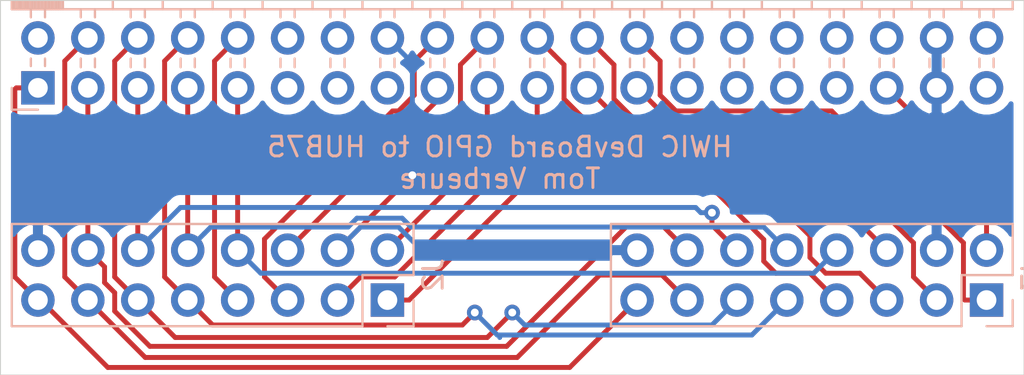
<source format=kicad_pcb>
(kicad_pcb (version 20171130) (host pcbnew "(5.1.5)-3")

  (general
    (thickness 1.6)
    (drawings 5)
    (tracks 158)
    (zones 0)
    (modules 3)
    (nets 39)
  )

  (page A4)
  (layers
    (0 F.Cu signal)
    (31 B.Cu signal hide)
    (32 B.Adhes user hide)
    (33 F.Adhes user hide)
    (34 B.Paste user hide)
    (35 F.Paste user)
    (36 B.SilkS user)
    (37 F.SilkS user)
    (38 B.Mask user hide)
    (39 F.Mask user)
    (40 Dwgs.User user hide)
    (41 Cmts.User user hide)
    (42 Eco1.User user hide)
    (43 Eco2.User user hide)
    (44 Edge.Cuts user)
    (45 Margin user hide)
    (46 B.CrtYd user hide)
    (47 F.CrtYd user)
    (48 B.Fab user hide)
    (49 F.Fab user)
  )

  (setup
    (last_trace_width 0.25)
    (trace_clearance 0.2)
    (zone_clearance 0.508)
    (zone_45_only no)
    (trace_min 0.2)
    (via_size 0.8)
    (via_drill 0.4)
    (via_min_size 0.4)
    (via_min_drill 0.3)
    (uvia_size 0.3)
    (uvia_drill 0.1)
    (uvias_allowed no)
    (uvia_min_size 0.2)
    (uvia_min_drill 0.1)
    (edge_width 0.05)
    (segment_width 0.2)
    (pcb_text_width 0.3)
    (pcb_text_size 1.5 1.5)
    (mod_edge_width 0.12)
    (mod_text_size 1 1)
    (mod_text_width 0.15)
    (pad_size 1.524 1.524)
    (pad_drill 0.762)
    (pad_to_mask_clearance 0.051)
    (solder_mask_min_width 0.25)
    (aux_axis_origin -386.08 -509.905)
    (visible_elements 7FFFFFFF)
    (pcbplotparams
      (layerselection 0x010fc_ffffffff)
      (usegerberextensions false)
      (usegerberattributes false)
      (usegerberadvancedattributes false)
      (creategerberjobfile false)
      (excludeedgelayer true)
      (linewidth 0.100000)
      (plotframeref false)
      (viasonmask false)
      (mode 1)
      (useauxorigin true)
      (hpglpennumber 1)
      (hpglpenspeed 20)
      (hpglpendiameter 15.000000)
      (psnegative false)
      (psa4output false)
      (plotreference true)
      (plotvalue true)
      (plotinvisibletext false)
      (padsonsilk false)
      (subtractmaskfromsilk false)
      (outputformat 1)
      (mirror false)
      (drillshape 0)
      (scaleselection 1)
      (outputdirectory "gerbers/"))
  )

  (net 0 "")
  (net 1 +3V3)
  (net 2 +5V)
  (net 3 /PH1)
  (net 4 /PG7)
  (net 5 /PG6)
  (net 6 /PG5)
  (net 7 /PG4)
  (net 8 /PG3)
  (net 9 /PG2)
  (net 10 /PG1)
  (net 11 /PG0)
  (net 12 /G4)
  (net 13 /B4)
  (net 14 /B3)
  (net 15 /G3)
  (net 16 /PD4)
  (net 17 /G1)
  (net 18 /B1)
  (net 19 /PD1)
  (net 20 /G2)
  (net 21 /PC2)
  (net 22 /PC1)
  (net 23 /PC0)
  (net 24 /AT_PB5)
  (net 25 /PB8)
  (net 26 /B2)
  (net 27 /E)
  (net 28 /A)
  (net 29 /B)
  (net 30 /C)
  (net 31 /D)
  (net 32 /CLK)
  (net 33 /LAT)
  (net 34 /PA1)
  (net 35 /OE_)
  (net 36 /PD6)
  (net 37 /PF0)
  (net 38 GND)

  (net_class Default "This is the default net class."
    (clearance 0.2)
    (trace_width 0.25)
    (via_dia 0.8)
    (via_drill 0.4)
    (uvia_dia 0.3)
    (uvia_drill 0.1)
    (add_net +3V3)
    (add_net +5V)
    (add_net /A)
    (add_net /AT_PB5)
    (add_net /B)
    (add_net /B1)
    (add_net /B2)
    (add_net /B3)
    (add_net /B4)
    (add_net /C)
    (add_net /CLK)
    (add_net /D)
    (add_net /E)
    (add_net /G1)
    (add_net /G2)
    (add_net /G3)
    (add_net /G4)
    (add_net /LAT)
    (add_net /OE_)
    (add_net /PA1)
    (add_net /PB8)
    (add_net /PC0)
    (add_net /PC1)
    (add_net /PC2)
    (add_net /PD1)
    (add_net /PD4)
    (add_net /PD6)
    (add_net /PF0)
    (add_net /PG0)
    (add_net /PG1)
    (add_net /PG2)
    (add_net /PG3)
    (add_net /PG4)
    (add_net /PG5)
    (add_net /PG6)
    (add_net /PG7)
    (add_net /PH1)
    (add_net GND)
  )

  (module Connector_PinHeader_2.54mm:PinHeader_2x08_P2.54mm_Vertical (layer B.Cu) (tedit 59FED5CC) (tstamp 5E145650)
    (at -335.915 -513.715 90)
    (descr "Through hole straight pin header, 2x08, 2.54mm pitch, double rows")
    (tags "Through hole pin header THT 2x08 2.54mm double row")
    (path /5E18F140)
    (fp_text reference J3 (at 1.27 2.33 -90) (layer B.SilkS)
      (effects (font (size 1 1) (thickness 0.15)) (justify mirror))
    )
    (fp_text value Conn_02x08_Odd_Even (at 1.27 -20.11 -90) (layer B.Fab)
      (effects (font (size 1 1) (thickness 0.15)) (justify mirror))
    )
    (fp_text user %R (at 1.27 -8.89) (layer B.Fab)
      (effects (font (size 1 1) (thickness 0.15)) (justify mirror))
    )
    (fp_line (start 4.35 1.8) (end -1.8 1.8) (layer B.CrtYd) (width 0.05))
    (fp_line (start 4.35 -19.55) (end 4.35 1.8) (layer B.CrtYd) (width 0.05))
    (fp_line (start -1.8 -19.55) (end 4.35 -19.55) (layer B.CrtYd) (width 0.05))
    (fp_line (start -1.8 1.8) (end -1.8 -19.55) (layer B.CrtYd) (width 0.05))
    (fp_line (start -1.33 1.33) (end 0 1.33) (layer B.SilkS) (width 0.12))
    (fp_line (start -1.33 0) (end -1.33 1.33) (layer B.SilkS) (width 0.12))
    (fp_line (start 1.27 1.33) (end 3.87 1.33) (layer B.SilkS) (width 0.12))
    (fp_line (start 1.27 -1.27) (end 1.27 1.33) (layer B.SilkS) (width 0.12))
    (fp_line (start -1.33 -1.27) (end 1.27 -1.27) (layer B.SilkS) (width 0.12))
    (fp_line (start 3.87 1.33) (end 3.87 -19.11) (layer B.SilkS) (width 0.12))
    (fp_line (start -1.33 -1.27) (end -1.33 -19.11) (layer B.SilkS) (width 0.12))
    (fp_line (start -1.33 -19.11) (end 3.87 -19.11) (layer B.SilkS) (width 0.12))
    (fp_line (start -1.27 0) (end 0 1.27) (layer B.Fab) (width 0.1))
    (fp_line (start -1.27 -19.05) (end -1.27 0) (layer B.Fab) (width 0.1))
    (fp_line (start 3.81 -19.05) (end -1.27 -19.05) (layer B.Fab) (width 0.1))
    (fp_line (start 3.81 1.27) (end 3.81 -19.05) (layer B.Fab) (width 0.1))
    (fp_line (start 0 1.27) (end 3.81 1.27) (layer B.Fab) (width 0.1))
    (pad 16 thru_hole oval (at 2.54 -17.78 90) (size 1.7 1.7) (drill 1) (layers *.Cu *.Mask)
      (net 38 GND))
    (pad 15 thru_hole oval (at 0 -17.78 90) (size 1.7 1.7) (drill 1) (layers *.Cu *.Mask)
      (net 35 /OE_))
    (pad 14 thru_hole oval (at 2.54 -15.24 90) (size 1.7 1.7) (drill 1) (layers *.Cu *.Mask)
      (net 33 /LAT))
    (pad 13 thru_hole oval (at 0 -15.24 90) (size 1.7 1.7) (drill 1) (layers *.Cu *.Mask)
      (net 32 /CLK))
    (pad 12 thru_hole oval (at 2.54 -12.7 90) (size 1.7 1.7) (drill 1) (layers *.Cu *.Mask)
      (net 31 /D))
    (pad 11 thru_hole oval (at 0 -12.7 90) (size 1.7 1.7) (drill 1) (layers *.Cu *.Mask)
      (net 30 /C))
    (pad 10 thru_hole oval (at 2.54 -10.16 90) (size 1.7 1.7) (drill 1) (layers *.Cu *.Mask)
      (net 29 /B))
    (pad 9 thru_hole oval (at 0 -10.16 90) (size 1.7 1.7) (drill 1) (layers *.Cu *.Mask)
      (net 28 /A))
    (pad 8 thru_hole oval (at 2.54 -7.62 90) (size 1.7 1.7) (drill 1) (layers *.Cu *.Mask)
      (net 27 /E))
    (pad 7 thru_hole oval (at 0 -7.62 90) (size 1.7 1.7) (drill 1) (layers *.Cu *.Mask)
      (net 13 /B4))
    (pad 6 thru_hole oval (at 2.54 -5.08 90) (size 1.7 1.7) (drill 1) (layers *.Cu *.Mask)
      (net 12 /G4))
    (pad 5 thru_hole oval (at 0 -5.08 90) (size 1.7 1.7) (drill 1) (layers *.Cu *.Mask)
      (net 36 /PD6))
    (pad 4 thru_hole oval (at 2.54 -2.54 90) (size 1.7 1.7) (drill 1) (layers *.Cu *.Mask)
      (net 38 GND))
    (pad 3 thru_hole oval (at 0 -2.54 90) (size 1.7 1.7) (drill 1) (layers *.Cu *.Mask)
      (net 14 /B3))
    (pad 2 thru_hole oval (at 2.54 0 90) (size 1.7 1.7) (drill 1) (layers *.Cu *.Mask)
      (net 15 /G3))
    (pad 1 thru_hole rect (at 0 0 90) (size 1.7 1.7) (drill 1) (layers *.Cu *.Mask)
      (net 37 /PF0))
    (model ${KISYS3DMOD}/Connector_PinHeader_2.54mm.3dshapes/PinHeader_2x08_P2.54mm_Vertical.wrl
      (at (xyz 0 0 0))
      (scale (xyz 1 1 1))
      (rotate (xyz 0 0 0))
    )
  )

  (module Connector_PinHeader_2.54mm:PinHeader_2x08_P2.54mm_Vertical (layer B.Cu) (tedit 59FED5CC) (tstamp 5E14389E)
    (at -366.395 -513.715 90)
    (descr "Through hole straight pin header, 2x08, 2.54mm pitch, double rows")
    (tags "Through hole pin header THT 2x08 2.54mm double row")
    (path /5E169024)
    (fp_text reference J2 (at 1.27 2.33 -90) (layer B.SilkS)
      (effects (font (size 1 1) (thickness 0.15)) (justify mirror))
    )
    (fp_text value Conn_02x08_Odd_Even (at 1.27 -20.11 -90) (layer B.Fab)
      (effects (font (size 1 1) (thickness 0.15)) (justify mirror))
    )
    (fp_text user %R (at 1.27 -8.89) (layer B.Fab)
      (effects (font (size 1 1) (thickness 0.15)) (justify mirror))
    )
    (fp_line (start 4.35 1.8) (end -1.8 1.8) (layer B.CrtYd) (width 0.05))
    (fp_line (start 4.35 -19.55) (end 4.35 1.8) (layer B.CrtYd) (width 0.05))
    (fp_line (start -1.8 -19.55) (end 4.35 -19.55) (layer B.CrtYd) (width 0.05))
    (fp_line (start -1.8 1.8) (end -1.8 -19.55) (layer B.CrtYd) (width 0.05))
    (fp_line (start -1.33 1.33) (end 0 1.33) (layer B.SilkS) (width 0.12))
    (fp_line (start -1.33 0) (end -1.33 1.33) (layer B.SilkS) (width 0.12))
    (fp_line (start 1.27 1.33) (end 3.87 1.33) (layer B.SilkS) (width 0.12))
    (fp_line (start 1.27 -1.27) (end 1.27 1.33) (layer B.SilkS) (width 0.12))
    (fp_line (start -1.33 -1.27) (end 1.27 -1.27) (layer B.SilkS) (width 0.12))
    (fp_line (start 3.87 1.33) (end 3.87 -19.11) (layer B.SilkS) (width 0.12))
    (fp_line (start -1.33 -1.27) (end -1.33 -19.11) (layer B.SilkS) (width 0.12))
    (fp_line (start -1.33 -19.11) (end 3.87 -19.11) (layer B.SilkS) (width 0.12))
    (fp_line (start -1.27 0) (end 0 1.27) (layer B.Fab) (width 0.1))
    (fp_line (start -1.27 -19.05) (end -1.27 0) (layer B.Fab) (width 0.1))
    (fp_line (start 3.81 -19.05) (end -1.27 -19.05) (layer B.Fab) (width 0.1))
    (fp_line (start 3.81 1.27) (end 3.81 -19.05) (layer B.Fab) (width 0.1))
    (fp_line (start 0 1.27) (end 3.81 1.27) (layer B.Fab) (width 0.1))
    (pad 16 thru_hole oval (at 2.54 -17.78 90) (size 1.7 1.7) (drill 1) (layers *.Cu *.Mask)
      (net 38 GND))
    (pad 15 thru_hole oval (at 0 -17.78 90) (size 1.7 1.7) (drill 1) (layers *.Cu *.Mask)
      (net 35 /OE_))
    (pad 14 thru_hole oval (at 2.54 -15.24 90) (size 1.7 1.7) (drill 1) (layers *.Cu *.Mask)
      (net 33 /LAT))
    (pad 13 thru_hole oval (at 0 -15.24 90) (size 1.7 1.7) (drill 1) (layers *.Cu *.Mask)
      (net 32 /CLK))
    (pad 12 thru_hole oval (at 2.54 -12.7 90) (size 1.7 1.7) (drill 1) (layers *.Cu *.Mask)
      (net 31 /D))
    (pad 11 thru_hole oval (at 0 -12.7 90) (size 1.7 1.7) (drill 1) (layers *.Cu *.Mask)
      (net 30 /C))
    (pad 10 thru_hole oval (at 2.54 -10.16 90) (size 1.7 1.7) (drill 1) (layers *.Cu *.Mask)
      (net 29 /B))
    (pad 9 thru_hole oval (at 0 -10.16 90) (size 1.7 1.7) (drill 1) (layers *.Cu *.Mask)
      (net 28 /A))
    (pad 8 thru_hole oval (at 2.54 -7.62 90) (size 1.7 1.7) (drill 1) (layers *.Cu *.Mask)
      (net 27 /E))
    (pad 7 thru_hole oval (at 0 -7.62 90) (size 1.7 1.7) (drill 1) (layers *.Cu *.Mask)
      (net 26 /B2))
    (pad 6 thru_hole oval (at 2.54 -5.08 90) (size 1.7 1.7) (drill 1) (layers *.Cu *.Mask)
      (net 20 /G2))
    (pad 5 thru_hole oval (at 0 -5.08 90) (size 1.7 1.7) (drill 1) (layers *.Cu *.Mask)
      (net 19 /PD1))
    (pad 4 thru_hole oval (at 2.54 -2.54 90) (size 1.7 1.7) (drill 1) (layers *.Cu *.Mask)
      (net 38 GND))
    (pad 3 thru_hole oval (at 0 -2.54 90) (size 1.7 1.7) (drill 1) (layers *.Cu *.Mask)
      (net 18 /B1))
    (pad 2 thru_hole oval (at 2.54 0 90) (size 1.7 1.7) (drill 1) (layers *.Cu *.Mask)
      (net 17 /G1))
    (pad 1 thru_hole rect (at 0 0 90) (size 1.7 1.7) (drill 1) (layers *.Cu *.Mask)
      (net 16 /PD4))
    (model ${KISYS3DMOD}/Connector_PinHeader_2.54mm.3dshapes/PinHeader_2x08_P2.54mm_Vertical.wrl
      (at (xyz 0 0 0))
      (scale (xyz 1 1 1))
      (rotate (xyz 0 0 0))
    )
  )

  (module Connector_PinSocket_2.54mm:PinSocket_2x20_P2.54mm_Horizontal (layer B.Cu) (tedit 5A19A423) (tstamp 5E143C9D)
    (at -384.175 -524.51 270)
    (descr "Through hole angled socket strip, 2x20, 2.54mm pitch, 8.51mm socket length, double cols (from Kicad 4.0.7), script generated")
    (tags "Through hole angled socket strip THT 2x20 2.54mm double row")
    (path /5E1562DD)
    (fp_text reference J1 (at -5.65 2.77 270) (layer B.SilkS)
      (effects (font (size 1 1) (thickness 0.15)) (justify mirror))
    )
    (fp_text value Conn_02x20_Odd_Even (at -5.65 -51.03 270) (layer B.Fab)
      (effects (font (size 1 1) (thickness 0.15)) (justify mirror))
    )
    (fp_text user %R (at -8.315 -24.13) (layer B.Fab)
      (effects (font (size 1 1) (thickness 0.15)) (justify mirror))
    )
    (fp_line (start 1.8 -50.05) (end 1.8 1.75) (layer B.CrtYd) (width 0.05))
    (fp_line (start -13.05 -50.05) (end 1.8 -50.05) (layer B.CrtYd) (width 0.05))
    (fp_line (start -13.05 1.75) (end -13.05 -50.05) (layer B.CrtYd) (width 0.05))
    (fp_line (start 1.8 1.75) (end -13.05 1.75) (layer B.CrtYd) (width 0.05))
    (fp_line (start 0 1.33) (end 1.11 1.33) (layer B.SilkS) (width 0.12))
    (fp_line (start 1.11 1.33) (end 1.11 0) (layer B.SilkS) (width 0.12))
    (fp_line (start -12.63 1.33) (end -12.63 -49.59) (layer B.SilkS) (width 0.12))
    (fp_line (start -12.63 -49.59) (end -4 -49.59) (layer B.SilkS) (width 0.12))
    (fp_line (start -4 1.33) (end -4 -49.59) (layer B.SilkS) (width 0.12))
    (fp_line (start -12.63 1.33) (end -4 1.33) (layer B.SilkS) (width 0.12))
    (fp_line (start -12.63 -46.99) (end -4 -46.99) (layer B.SilkS) (width 0.12))
    (fp_line (start -12.63 -44.45) (end -4 -44.45) (layer B.SilkS) (width 0.12))
    (fp_line (start -12.63 -41.91) (end -4 -41.91) (layer B.SilkS) (width 0.12))
    (fp_line (start -12.63 -39.37) (end -4 -39.37) (layer B.SilkS) (width 0.12))
    (fp_line (start -12.63 -36.83) (end -4 -36.83) (layer B.SilkS) (width 0.12))
    (fp_line (start -12.63 -34.29) (end -4 -34.29) (layer B.SilkS) (width 0.12))
    (fp_line (start -12.63 -31.75) (end -4 -31.75) (layer B.SilkS) (width 0.12))
    (fp_line (start -12.63 -29.21) (end -4 -29.21) (layer B.SilkS) (width 0.12))
    (fp_line (start -12.63 -26.67) (end -4 -26.67) (layer B.SilkS) (width 0.12))
    (fp_line (start -12.63 -24.13) (end -4 -24.13) (layer B.SilkS) (width 0.12))
    (fp_line (start -12.63 -21.59) (end -4 -21.59) (layer B.SilkS) (width 0.12))
    (fp_line (start -12.63 -19.05) (end -4 -19.05) (layer B.SilkS) (width 0.12))
    (fp_line (start -12.63 -16.51) (end -4 -16.51) (layer B.SilkS) (width 0.12))
    (fp_line (start -12.63 -13.97) (end -4 -13.97) (layer B.SilkS) (width 0.12))
    (fp_line (start -12.63 -11.43) (end -4 -11.43) (layer B.SilkS) (width 0.12))
    (fp_line (start -12.63 -8.89) (end -4 -8.89) (layer B.SilkS) (width 0.12))
    (fp_line (start -12.63 -6.35) (end -4 -6.35) (layer B.SilkS) (width 0.12))
    (fp_line (start -12.63 -3.81) (end -4 -3.81) (layer B.SilkS) (width 0.12))
    (fp_line (start -12.63 -1.27) (end -4 -1.27) (layer B.SilkS) (width 0.12))
    (fp_line (start -1.49 -48.62) (end -1.05 -48.62) (layer B.SilkS) (width 0.12))
    (fp_line (start -4 -48.62) (end -3.59 -48.62) (layer B.SilkS) (width 0.12))
    (fp_line (start -1.49 -47.9) (end -1.05 -47.9) (layer B.SilkS) (width 0.12))
    (fp_line (start -4 -47.9) (end -3.59 -47.9) (layer B.SilkS) (width 0.12))
    (fp_line (start -1.49 -46.08) (end -1.05 -46.08) (layer B.SilkS) (width 0.12))
    (fp_line (start -4 -46.08) (end -3.59 -46.08) (layer B.SilkS) (width 0.12))
    (fp_line (start -1.49 -45.36) (end -1.05 -45.36) (layer B.SilkS) (width 0.12))
    (fp_line (start -4 -45.36) (end -3.59 -45.36) (layer B.SilkS) (width 0.12))
    (fp_line (start -1.49 -43.54) (end -1.05 -43.54) (layer B.SilkS) (width 0.12))
    (fp_line (start -4 -43.54) (end -3.59 -43.54) (layer B.SilkS) (width 0.12))
    (fp_line (start -1.49 -42.82) (end -1.05 -42.82) (layer B.SilkS) (width 0.12))
    (fp_line (start -4 -42.82) (end -3.59 -42.82) (layer B.SilkS) (width 0.12))
    (fp_line (start -1.49 -41) (end -1.05 -41) (layer B.SilkS) (width 0.12))
    (fp_line (start -4 -41) (end -3.59 -41) (layer B.SilkS) (width 0.12))
    (fp_line (start -1.49 -40.28) (end -1.05 -40.28) (layer B.SilkS) (width 0.12))
    (fp_line (start -4 -40.28) (end -3.59 -40.28) (layer B.SilkS) (width 0.12))
    (fp_line (start -1.49 -38.46) (end -1.05 -38.46) (layer B.SilkS) (width 0.12))
    (fp_line (start -4 -38.46) (end -3.59 -38.46) (layer B.SilkS) (width 0.12))
    (fp_line (start -1.49 -37.74) (end -1.05 -37.74) (layer B.SilkS) (width 0.12))
    (fp_line (start -4 -37.74) (end -3.59 -37.74) (layer B.SilkS) (width 0.12))
    (fp_line (start -1.49 -35.92) (end -1.05 -35.92) (layer B.SilkS) (width 0.12))
    (fp_line (start -4 -35.92) (end -3.59 -35.92) (layer B.SilkS) (width 0.12))
    (fp_line (start -1.49 -35.2) (end -1.05 -35.2) (layer B.SilkS) (width 0.12))
    (fp_line (start -4 -35.2) (end -3.59 -35.2) (layer B.SilkS) (width 0.12))
    (fp_line (start -1.49 -33.38) (end -1.05 -33.38) (layer B.SilkS) (width 0.12))
    (fp_line (start -4 -33.38) (end -3.59 -33.38) (layer B.SilkS) (width 0.12))
    (fp_line (start -1.49 -32.66) (end -1.05 -32.66) (layer B.SilkS) (width 0.12))
    (fp_line (start -4 -32.66) (end -3.59 -32.66) (layer B.SilkS) (width 0.12))
    (fp_line (start -1.49 -30.84) (end -1.05 -30.84) (layer B.SilkS) (width 0.12))
    (fp_line (start -4 -30.84) (end -3.59 -30.84) (layer B.SilkS) (width 0.12))
    (fp_line (start -1.49 -30.12) (end -1.05 -30.12) (layer B.SilkS) (width 0.12))
    (fp_line (start -4 -30.12) (end -3.59 -30.12) (layer B.SilkS) (width 0.12))
    (fp_line (start -1.49 -28.3) (end -1.05 -28.3) (layer B.SilkS) (width 0.12))
    (fp_line (start -4 -28.3) (end -3.59 -28.3) (layer B.SilkS) (width 0.12))
    (fp_line (start -1.49 -27.58) (end -1.05 -27.58) (layer B.SilkS) (width 0.12))
    (fp_line (start -4 -27.58) (end -3.59 -27.58) (layer B.SilkS) (width 0.12))
    (fp_line (start -1.49 -25.76) (end -1.05 -25.76) (layer B.SilkS) (width 0.12))
    (fp_line (start -4 -25.76) (end -3.59 -25.76) (layer B.SilkS) (width 0.12))
    (fp_line (start -1.49 -25.04) (end -1.05 -25.04) (layer B.SilkS) (width 0.12))
    (fp_line (start -4 -25.04) (end -3.59 -25.04) (layer B.SilkS) (width 0.12))
    (fp_line (start -1.49 -23.22) (end -1.05 -23.22) (layer B.SilkS) (width 0.12))
    (fp_line (start -4 -23.22) (end -3.59 -23.22) (layer B.SilkS) (width 0.12))
    (fp_line (start -1.49 -22.5) (end -1.05 -22.5) (layer B.SilkS) (width 0.12))
    (fp_line (start -4 -22.5) (end -3.59 -22.5) (layer B.SilkS) (width 0.12))
    (fp_line (start -1.49 -20.68) (end -1.05 -20.68) (layer B.SilkS) (width 0.12))
    (fp_line (start -4 -20.68) (end -3.59 -20.68) (layer B.SilkS) (width 0.12))
    (fp_line (start -1.49 -19.96) (end -1.05 -19.96) (layer B.SilkS) (width 0.12))
    (fp_line (start -4 -19.96) (end -3.59 -19.96) (layer B.SilkS) (width 0.12))
    (fp_line (start -1.49 -18.14) (end -1.05 -18.14) (layer B.SilkS) (width 0.12))
    (fp_line (start -4 -18.14) (end -3.59 -18.14) (layer B.SilkS) (width 0.12))
    (fp_line (start -1.49 -17.42) (end -1.05 -17.42) (layer B.SilkS) (width 0.12))
    (fp_line (start -4 -17.42) (end -3.59 -17.42) (layer B.SilkS) (width 0.12))
    (fp_line (start -1.49 -15.6) (end -1.05 -15.6) (layer B.SilkS) (width 0.12))
    (fp_line (start -4 -15.6) (end -3.59 -15.6) (layer B.SilkS) (width 0.12))
    (fp_line (start -1.49 -14.88) (end -1.05 -14.88) (layer B.SilkS) (width 0.12))
    (fp_line (start -4 -14.88) (end -3.59 -14.88) (layer B.SilkS) (width 0.12))
    (fp_line (start -1.49 -13.06) (end -1.05 -13.06) (layer B.SilkS) (width 0.12))
    (fp_line (start -4 -13.06) (end -3.59 -13.06) (layer B.SilkS) (width 0.12))
    (fp_line (start -1.49 -12.34) (end -1.05 -12.34) (layer B.SilkS) (width 0.12))
    (fp_line (start -4 -12.34) (end -3.59 -12.34) (layer B.SilkS) (width 0.12))
    (fp_line (start -1.49 -10.52) (end -1.05 -10.52) (layer B.SilkS) (width 0.12))
    (fp_line (start -4 -10.52) (end -3.59 -10.52) (layer B.SilkS) (width 0.12))
    (fp_line (start -1.49 -9.8) (end -1.05 -9.8) (layer B.SilkS) (width 0.12))
    (fp_line (start -4 -9.8) (end -3.59 -9.8) (layer B.SilkS) (width 0.12))
    (fp_line (start -1.49 -7.98) (end -1.05 -7.98) (layer B.SilkS) (width 0.12))
    (fp_line (start -4 -7.98) (end -3.59 -7.98) (layer B.SilkS) (width 0.12))
    (fp_line (start -1.49 -7.26) (end -1.05 -7.26) (layer B.SilkS) (width 0.12))
    (fp_line (start -4 -7.26) (end -3.59 -7.26) (layer B.SilkS) (width 0.12))
    (fp_line (start -1.49 -5.44) (end -1.05 -5.44) (layer B.SilkS) (width 0.12))
    (fp_line (start -4 -5.44) (end -3.59 -5.44) (layer B.SilkS) (width 0.12))
    (fp_line (start -1.49 -4.72) (end -1.05 -4.72) (layer B.SilkS) (width 0.12))
    (fp_line (start -4 -4.72) (end -3.59 -4.72) (layer B.SilkS) (width 0.12))
    (fp_line (start -1.49 -2.9) (end -1.05 -2.9) (layer B.SilkS) (width 0.12))
    (fp_line (start -4 -2.9) (end -3.59 -2.9) (layer B.SilkS) (width 0.12))
    (fp_line (start -1.49 -2.18) (end -1.05 -2.18) (layer B.SilkS) (width 0.12))
    (fp_line (start -4 -2.18) (end -3.59 -2.18) (layer B.SilkS) (width 0.12))
    (fp_line (start -1.49 -0.36) (end -1.11 -0.36) (layer B.SilkS) (width 0.12))
    (fp_line (start -4 -0.36) (end -3.59 -0.36) (layer B.SilkS) (width 0.12))
    (fp_line (start -1.49 0.36) (end -1.11 0.36) (layer B.SilkS) (width 0.12))
    (fp_line (start -4 0.36) (end -3.59 0.36) (layer B.SilkS) (width 0.12))
    (fp_line (start -12.63 -1.1519) (end -4 -1.1519) (layer B.SilkS) (width 0.12))
    (fp_line (start -12.63 -1.033805) (end -4 -1.033805) (layer B.SilkS) (width 0.12))
    (fp_line (start -12.63 -0.91571) (end -4 -0.91571) (layer B.SilkS) (width 0.12))
    (fp_line (start -12.63 -0.797615) (end -4 -0.797615) (layer B.SilkS) (width 0.12))
    (fp_line (start -12.63 -0.67952) (end -4 -0.67952) (layer B.SilkS) (width 0.12))
    (fp_line (start -12.63 -0.561425) (end -4 -0.561425) (layer B.SilkS) (width 0.12))
    (fp_line (start -12.63 -0.44333) (end -4 -0.44333) (layer B.SilkS) (width 0.12))
    (fp_line (start -12.63 -0.325235) (end -4 -0.325235) (layer B.SilkS) (width 0.12))
    (fp_line (start -12.63 -0.20714) (end -4 -0.20714) (layer B.SilkS) (width 0.12))
    (fp_line (start -12.63 -0.089045) (end -4 -0.089045) (layer B.SilkS) (width 0.12))
    (fp_line (start -12.63 0.02905) (end -4 0.02905) (layer B.SilkS) (width 0.12))
    (fp_line (start -12.63 0.147145) (end -4 0.147145) (layer B.SilkS) (width 0.12))
    (fp_line (start -12.63 0.26524) (end -4 0.26524) (layer B.SilkS) (width 0.12))
    (fp_line (start -12.63 0.383335) (end -4 0.383335) (layer B.SilkS) (width 0.12))
    (fp_line (start -12.63 0.50143) (end -4 0.50143) (layer B.SilkS) (width 0.12))
    (fp_line (start -12.63 0.619525) (end -4 0.619525) (layer B.SilkS) (width 0.12))
    (fp_line (start -12.63 0.73762) (end -4 0.73762) (layer B.SilkS) (width 0.12))
    (fp_line (start -12.63 0.855715) (end -4 0.855715) (layer B.SilkS) (width 0.12))
    (fp_line (start -12.63 0.97381) (end -4 0.97381) (layer B.SilkS) (width 0.12))
    (fp_line (start -12.63 1.091905) (end -4 1.091905) (layer B.SilkS) (width 0.12))
    (fp_line (start -12.63 1.21) (end -4 1.21) (layer B.SilkS) (width 0.12))
    (fp_line (start 0 -48.56) (end 0 -47.96) (layer B.Fab) (width 0.1))
    (fp_line (start -4.06 -48.56) (end 0 -48.56) (layer B.Fab) (width 0.1))
    (fp_line (start 0 -47.96) (end -4.06 -47.96) (layer B.Fab) (width 0.1))
    (fp_line (start 0 -46.02) (end 0 -45.42) (layer B.Fab) (width 0.1))
    (fp_line (start -4.06 -46.02) (end 0 -46.02) (layer B.Fab) (width 0.1))
    (fp_line (start 0 -45.42) (end -4.06 -45.42) (layer B.Fab) (width 0.1))
    (fp_line (start 0 -43.48) (end 0 -42.88) (layer B.Fab) (width 0.1))
    (fp_line (start -4.06 -43.48) (end 0 -43.48) (layer B.Fab) (width 0.1))
    (fp_line (start 0 -42.88) (end -4.06 -42.88) (layer B.Fab) (width 0.1))
    (fp_line (start 0 -40.94) (end 0 -40.34) (layer B.Fab) (width 0.1))
    (fp_line (start -4.06 -40.94) (end 0 -40.94) (layer B.Fab) (width 0.1))
    (fp_line (start 0 -40.34) (end -4.06 -40.34) (layer B.Fab) (width 0.1))
    (fp_line (start 0 -38.4) (end 0 -37.8) (layer B.Fab) (width 0.1))
    (fp_line (start -4.06 -38.4) (end 0 -38.4) (layer B.Fab) (width 0.1))
    (fp_line (start 0 -37.8) (end -4.06 -37.8) (layer B.Fab) (width 0.1))
    (fp_line (start 0 -35.86) (end 0 -35.26) (layer B.Fab) (width 0.1))
    (fp_line (start -4.06 -35.86) (end 0 -35.86) (layer B.Fab) (width 0.1))
    (fp_line (start 0 -35.26) (end -4.06 -35.26) (layer B.Fab) (width 0.1))
    (fp_line (start 0 -33.32) (end 0 -32.72) (layer B.Fab) (width 0.1))
    (fp_line (start -4.06 -33.32) (end 0 -33.32) (layer B.Fab) (width 0.1))
    (fp_line (start 0 -32.72) (end -4.06 -32.72) (layer B.Fab) (width 0.1))
    (fp_line (start 0 -30.78) (end 0 -30.18) (layer B.Fab) (width 0.1))
    (fp_line (start -4.06 -30.78) (end 0 -30.78) (layer B.Fab) (width 0.1))
    (fp_line (start 0 -30.18) (end -4.06 -30.18) (layer B.Fab) (width 0.1))
    (fp_line (start 0 -28.24) (end 0 -27.64) (layer B.Fab) (width 0.1))
    (fp_line (start -4.06 -28.24) (end 0 -28.24) (layer B.Fab) (width 0.1))
    (fp_line (start 0 -27.64) (end -4.06 -27.64) (layer B.Fab) (width 0.1))
    (fp_line (start 0 -25.7) (end 0 -25.1) (layer B.Fab) (width 0.1))
    (fp_line (start -4.06 -25.7) (end 0 -25.7) (layer B.Fab) (width 0.1))
    (fp_line (start 0 -25.1) (end -4.06 -25.1) (layer B.Fab) (width 0.1))
    (fp_line (start 0 -23.16) (end 0 -22.56) (layer B.Fab) (width 0.1))
    (fp_line (start -4.06 -23.16) (end 0 -23.16) (layer B.Fab) (width 0.1))
    (fp_line (start 0 -22.56) (end -4.06 -22.56) (layer B.Fab) (width 0.1))
    (fp_line (start 0 -20.62) (end 0 -20.02) (layer B.Fab) (width 0.1))
    (fp_line (start -4.06 -20.62) (end 0 -20.62) (layer B.Fab) (width 0.1))
    (fp_line (start 0 -20.02) (end -4.06 -20.02) (layer B.Fab) (width 0.1))
    (fp_line (start 0 -18.08) (end 0 -17.48) (layer B.Fab) (width 0.1))
    (fp_line (start -4.06 -18.08) (end 0 -18.08) (layer B.Fab) (width 0.1))
    (fp_line (start 0 -17.48) (end -4.06 -17.48) (layer B.Fab) (width 0.1))
    (fp_line (start 0 -15.54) (end 0 -14.94) (layer B.Fab) (width 0.1))
    (fp_line (start -4.06 -15.54) (end 0 -15.54) (layer B.Fab) (width 0.1))
    (fp_line (start 0 -14.94) (end -4.06 -14.94) (layer B.Fab) (width 0.1))
    (fp_line (start 0 -13) (end 0 -12.4) (layer B.Fab) (width 0.1))
    (fp_line (start -4.06 -13) (end 0 -13) (layer B.Fab) (width 0.1))
    (fp_line (start 0 -12.4) (end -4.06 -12.4) (layer B.Fab) (width 0.1))
    (fp_line (start 0 -10.46) (end 0 -9.86) (layer B.Fab) (width 0.1))
    (fp_line (start -4.06 -10.46) (end 0 -10.46) (layer B.Fab) (width 0.1))
    (fp_line (start 0 -9.86) (end -4.06 -9.86) (layer B.Fab) (width 0.1))
    (fp_line (start 0 -7.92) (end 0 -7.32) (layer B.Fab) (width 0.1))
    (fp_line (start -4.06 -7.92) (end 0 -7.92) (layer B.Fab) (width 0.1))
    (fp_line (start 0 -7.32) (end -4.06 -7.32) (layer B.Fab) (width 0.1))
    (fp_line (start 0 -5.38) (end 0 -4.78) (layer B.Fab) (width 0.1))
    (fp_line (start -4.06 -5.38) (end 0 -5.38) (layer B.Fab) (width 0.1))
    (fp_line (start 0 -4.78) (end -4.06 -4.78) (layer B.Fab) (width 0.1))
    (fp_line (start 0 -2.84) (end 0 -2.24) (layer B.Fab) (width 0.1))
    (fp_line (start -4.06 -2.84) (end 0 -2.84) (layer B.Fab) (width 0.1))
    (fp_line (start 0 -2.24) (end -4.06 -2.24) (layer B.Fab) (width 0.1))
    (fp_line (start 0 -0.3) (end 0 0.3) (layer B.Fab) (width 0.1))
    (fp_line (start -4.06 -0.3) (end 0 -0.3) (layer B.Fab) (width 0.1))
    (fp_line (start 0 0.3) (end -4.06 0.3) (layer B.Fab) (width 0.1))
    (fp_line (start -12.57 -49.53) (end -12.57 1.27) (layer B.Fab) (width 0.1))
    (fp_line (start -4.06 -49.53) (end -12.57 -49.53) (layer B.Fab) (width 0.1))
    (fp_line (start -4.06 0.3) (end -4.06 -49.53) (layer B.Fab) (width 0.1))
    (fp_line (start -5.03 1.27) (end -4.06 0.3) (layer B.Fab) (width 0.1))
    (fp_line (start -12.57 1.27) (end -5.03 1.27) (layer B.Fab) (width 0.1))
    (pad 40 thru_hole oval (at -2.54 -48.26 270) (size 1.7 1.7) (drill 1) (layers *.Cu *.Mask)
      (net 1 +3V3))
    (pad 39 thru_hole oval (at 0 -48.26 270) (size 1.7 1.7) (drill 1) (layers *.Cu *.Mask)
      (net 2 +5V))
    (pad 38 thru_hole oval (at -2.54 -45.72 270) (size 1.7 1.7) (drill 1) (layers *.Cu *.Mask)
      (net 38 GND))
    (pad 37 thru_hole oval (at 0 -45.72 270) (size 1.7 1.7) (drill 1) (layers *.Cu *.Mask)
      (net 38 GND))
    (pad 36 thru_hole oval (at -2.54 -43.18 270) (size 1.7 1.7) (drill 1) (layers *.Cu *.Mask)
      (net 3 /PH1))
    (pad 35 thru_hole oval (at 0 -43.18 270) (size 1.7 1.7) (drill 1) (layers *.Cu *.Mask)
      (net 15 /G3))
    (pad 34 thru_hole oval (at -2.54 -40.64 270) (size 1.7 1.7) (drill 1) (layers *.Cu *.Mask)
      (net 4 /PG7))
    (pad 33 thru_hole oval (at 0 -40.64 270) (size 1.7 1.7) (drill 1) (layers *.Cu *.Mask)
      (net 5 /PG6))
    (pad 32 thru_hole oval (at -2.54 -38.1 270) (size 1.7 1.7) (drill 1) (layers *.Cu *.Mask)
      (net 6 /PG5))
    (pad 31 thru_hole oval (at 0 -38.1 270) (size 1.7 1.7) (drill 1) (layers *.Cu *.Mask)
      (net 7 /PG4))
    (pad 30 thru_hole oval (at -2.54 -35.56 270) (size 1.7 1.7) (drill 1) (layers *.Cu *.Mask)
      (net 8 /PG3))
    (pad 29 thru_hole oval (at 0 -35.56 270) (size 1.7 1.7) (drill 1) (layers *.Cu *.Mask)
      (net 9 /PG2))
    (pad 28 thru_hole oval (at -2.54 -33.02 270) (size 1.7 1.7) (drill 1) (layers *.Cu *.Mask)
      (net 10 /PG1))
    (pad 27 thru_hole oval (at 0 -33.02 270) (size 1.7 1.7) (drill 1) (layers *.Cu *.Mask)
      (net 11 /PG0))
    (pad 26 thru_hole oval (at -2.54 -30.48 270) (size 1.7 1.7) (drill 1) (layers *.Cu *.Mask)
      (net 37 /PF0))
    (pad 25 thru_hole oval (at 0 -30.48 270) (size 1.7 1.7) (drill 1) (layers *.Cu *.Mask)
      (net 14 /B3))
    (pad 24 thru_hole oval (at -2.54 -27.94 270) (size 1.7 1.7) (drill 1) (layers *.Cu *.Mask)
      (net 12 /G4))
    (pad 23 thru_hole oval (at 0 -27.94 270) (size 1.7 1.7) (drill 1) (layers *.Cu *.Mask)
      (net 36 /PD6))
    (pad 22 thru_hole oval (at -2.54 -25.4 270) (size 1.7 1.7) (drill 1) (layers *.Cu *.Mask)
      (net 13 /B4))
    (pad 21 thru_hole oval (at 0 -25.4 270) (size 1.7 1.7) (drill 1) (layers *.Cu *.Mask)
      (net 16 /PD4))
    (pad 20 thru_hole oval (at -2.54 -22.86 270) (size 1.7 1.7) (drill 1) (layers *.Cu *.Mask)
      (net 17 /G1))
    (pad 19 thru_hole oval (at 0 -22.86 270) (size 1.7 1.7) (drill 1) (layers *.Cu *.Mask)
      (net 18 /B1))
    (pad 18 thru_hole oval (at -2.54 -20.32 270) (size 1.7 1.7) (drill 1) (layers *.Cu *.Mask)
      (net 19 /PD1))
    (pad 17 thru_hole oval (at 0 -20.32 270) (size 1.7 1.7) (drill 1) (layers *.Cu *.Mask)
      (net 20 /G2))
    (pad 16 thru_hole oval (at -2.54 -17.78 270) (size 1.7 1.7) (drill 1) (layers *.Cu *.Mask)
      (net 38 GND))
    (pad 15 thru_hole oval (at 0 -17.78 270) (size 1.7 1.7) (drill 1) (layers *.Cu *.Mask)
      (net 21 /PC2))
    (pad 14 thru_hole oval (at -2.54 -15.24 270) (size 1.7 1.7) (drill 1) (layers *.Cu *.Mask)
      (net 22 /PC1))
    (pad 13 thru_hole oval (at 0 -15.24 270) (size 1.7 1.7) (drill 1) (layers *.Cu *.Mask)
      (net 23 /PC0))
    (pad 12 thru_hole oval (at -2.54 -12.7 270) (size 1.7 1.7) (drill 1) (layers *.Cu *.Mask)
      (net 24 /AT_PB5))
    (pad 11 thru_hole oval (at 0 -12.7 270) (size 1.7 1.7) (drill 1) (layers *.Cu *.Mask)
      (net 25 /PB8))
    (pad 10 thru_hole oval (at -2.54 -10.16 270) (size 1.7 1.7) (drill 1) (layers *.Cu *.Mask)
      (net 26 /B2))
    (pad 9 thru_hole oval (at 0 -10.16 270) (size 1.7 1.7) (drill 1) (layers *.Cu *.Mask)
      (net 27 /E))
    (pad 8 thru_hole oval (at -2.54 -7.62 270) (size 1.7 1.7) (drill 1) (layers *.Cu *.Mask)
      (net 28 /A))
    (pad 7 thru_hole oval (at 0 -7.62 270) (size 1.7 1.7) (drill 1) (layers *.Cu *.Mask)
      (net 29 /B))
    (pad 6 thru_hole oval (at -2.54 -5.08 270) (size 1.7 1.7) (drill 1) (layers *.Cu *.Mask)
      (net 30 /C))
    (pad 5 thru_hole oval (at 0 -5.08 270) (size 1.7 1.7) (drill 1) (layers *.Cu *.Mask)
      (net 31 /D))
    (pad 4 thru_hole oval (at -2.54 -2.54 270) (size 1.7 1.7) (drill 1) (layers *.Cu *.Mask)
      (net 32 /CLK))
    (pad 3 thru_hole oval (at 0 -2.54 270) (size 1.7 1.7) (drill 1) (layers *.Cu *.Mask)
      (net 33 /LAT))
    (pad 2 thru_hole oval (at -2.54 0 270) (size 1.7 1.7) (drill 1) (layers *.Cu *.Mask)
      (net 34 /PA1))
    (pad 1 thru_hole rect (at 0 0 270) (size 1.7 1.7) (drill 1) (layers *.Cu *.Mask)
      (net 35 /OE_))
    (model ${KISYS3DMOD}/Connector_PinSocket_2.54mm.3dshapes/PinSocket_2x20_P2.54mm_Horizontal.wrl
      (at (xyz 0 0 0))
      (scale (xyz 1 1 1))
      (rotate (xyz 0 0 0))
    )
  )

  (gr_text "HWIC DevBoard GPIO to HUB75\nTom Verbeure" (at -360.68 -520.7) (layer B.SilkS)
    (effects (font (size 1 1) (thickness 0.15)) (justify mirror))
  )
  (gr_line (start -386.08 -509.905) (end -386.08 -528.955) (layer Edge.Cuts) (width 0.05) (tstamp 5E146E33))
  (gr_line (start -334.01 -509.905) (end -386.08 -509.905) (layer Edge.Cuts) (width 0.05))
  (gr_line (start -334.01 -528.955) (end -334.01 -509.905) (layer Edge.Cuts) (width 0.05))
  (gr_line (start -386.08 -528.955) (end -334.01 -528.955) (layer Edge.Cuts) (width 0.05))

  (segment (start -340.995 -516.255) (end -345.44 -520.7) (width 0.25) (layer F.Cu) (net 12))
  (segment (start -355.385001 -526.200001) (end -356.235 -527.05) (width 0.25) (layer F.Cu) (net 12))
  (segment (start -354.870001 -525.685001) (end -355.385001 -526.200001) (width 0.25) (layer F.Cu) (net 12))
  (segment (start -354.870001 -523.945999) (end -354.870001 -525.685001) (width 0.25) (layer F.Cu) (net 12))
  (segment (start -345.44 -520.7) (end -351.624002 -520.7) (width 0.25) (layer F.Cu) (net 12))
  (segment (start -351.624002 -520.7) (end -354.870001 -523.945999) (width 0.25) (layer F.Cu) (net 12))
  (segment (start -347.250001 -516.79359) (end -350.0714 -519.614989) (width 0.25) (layer F.Cu) (net 13))
  (segment (start -353.078991 -519.614989) (end -357.410001 -523.945999) (width 0.25) (layer F.Cu) (net 13))
  (segment (start -357.925001 -526.200001) (end -358.775 -527.05) (width 0.25) (layer F.Cu) (net 13))
  (segment (start -344.899999 -515.079999) (end -346.639001 -515.079999) (width 0.25) (layer F.Cu) (net 13))
  (segment (start -346.639001 -515.079999) (end -347.250001 -515.690999) (width 0.25) (layer F.Cu) (net 13))
  (segment (start -350.0714 -519.614989) (end -353.078991 -519.614989) (width 0.25) (layer F.Cu) (net 13))
  (segment (start -347.250001 -515.690999) (end -347.250001 -516.79359) (width 0.25) (layer F.Cu) (net 13))
  (segment (start -357.410001 -523.945999) (end -357.410001 -525.685001) (width 0.25) (layer F.Cu) (net 13))
  (segment (start -343.535 -513.715) (end -344.899999 -515.079999) (width 0.25) (layer F.Cu) (net 13))
  (segment (start -357.410001 -525.685001) (end -357.925001 -526.200001) (width 0.25) (layer F.Cu) (net 13))
  (segment (start -352.845001 -523.660001) (end -353.695 -524.51) (width 0.25) (layer F.Cu) (net 14))
  (segment (start -351.339989 -522.154989) (end -352.845001 -523.660001) (width 0.25) (layer F.Cu) (net 14))
  (segment (start -338.455 -513.715) (end -339.630001 -514.890001) (width 0.25) (layer F.Cu) (net 14))
  (segment (start -345.155987 -522.154989) (end -351.339989 -522.154989) (width 0.25) (layer F.Cu) (net 14))
  (segment (start -339.630001 -514.890001) (end -339.630001 -516.629003) (width 0.25) (layer F.Cu) (net 14))
  (segment (start -339.630001 -516.629003) (end -345.155987 -522.154989) (width 0.25) (layer F.Cu) (net 14))
  (segment (start -335.915 -519.43) (end -340.995 -524.51) (width 0.25) (layer F.Cu) (net 15))
  (segment (start -335.915 -516.255) (end -335.915 -519.43) (width 0.25) (layer F.Cu) (net 15))
  (segment (start -358.775 -520.235) (end -358.775 -523.307919) (width 0.25) (layer F.Cu) (net 16))
  (segment (start -365.295 -513.715) (end -358.775 -520.235) (width 0.25) (layer F.Cu) (net 16))
  (segment (start -358.775 -523.307919) (end -358.775 -524.51) (width 0.25) (layer F.Cu) (net 16))
  (segment (start -366.395 -513.715) (end -365.295 -513.715) (width 0.25) (layer F.Cu) (net 16))
  (segment (start -362.164999 -526.200001) (end -361.315 -527.05) (width 0.25) (layer F.Cu) (net 17))
  (segment (start -362.679999 -525.685001) (end -362.164999 -526.200001) (width 0.25) (layer F.Cu) (net 17))
  (segment (start -362.679999 -519.970001) (end -362.679999 -525.685001) (width 0.25) (layer F.Cu) (net 17))
  (segment (start -366.395 -516.255) (end -362.679999 -519.970001) (width 0.25) (layer F.Cu) (net 17))
  (segment (start -361.315 -523.307919) (end -361.315 -524.51) (width 0.25) (layer F.Cu) (net 18))
  (segment (start -361.315 -519.595998) (end -361.315 -523.307919) (width 0.25) (layer F.Cu) (net 18))
  (segment (start -366.020997 -514.890001) (end -361.315 -519.595998) (width 0.25) (layer F.Cu) (net 18))
  (segment (start -367.759999 -514.890001) (end -366.020997 -514.890001) (width 0.25) (layer F.Cu) (net 18))
  (segment (start -368.935 -513.715) (end -367.759999 -514.890001) (width 0.25) (layer F.Cu) (net 18))
  (segment (start -365.030001 -525.874999) (end -364.704999 -526.200001) (width 0.25) (layer F.Cu) (net 19))
  (segment (start -365.030001 -524.135997) (end -365.030001 -525.874999) (width 0.25) (layer F.Cu) (net 19))
  (segment (start -365.830999 -523.334999) (end -365.030001 -524.135997) (width 0.25) (layer F.Cu) (net 19))
  (segment (start -366.134003 -523.334999) (end -365.830999 -523.334999) (width 0.25) (layer F.Cu) (net 19))
  (segment (start -372.650001 -516.819001) (end -366.134003 -523.334999) (width 0.25) (layer F.Cu) (net 19))
  (segment (start -372.650001 -514.890001) (end -372.650001 -516.819001) (width 0.25) (layer F.Cu) (net 19))
  (segment (start -364.704999 -526.200001) (end -363.855 -527.05) (width 0.25) (layer F.Cu) (net 19))
  (segment (start -371.475 -513.715) (end -372.650001 -514.890001) (width 0.25) (layer F.Cu) (net 19))
  (segment (start -363.855 -523.875) (end -363.855 -524.51) (width 0.25) (layer F.Cu) (net 20))
  (segment (start -371.475 -516.255) (end -363.855 -523.875) (width 0.25) (layer F.Cu) (net 20))
  (segment (start -374.864999 -526.200001) (end -374.015 -527.05) (width 0.25) (layer F.Cu) (net 26))
  (segment (start -375.190001 -525.874999) (end -374.864999 -526.200001) (width 0.25) (layer F.Cu) (net 26))
  (segment (start -375.190001 -514.890001) (end -375.190001 -525.874999) (width 0.25) (layer F.Cu) (net 26))
  (segment (start -374.015 -513.715) (end -375.190001 -514.890001) (width 0.25) (layer F.Cu) (net 26))
  (segment (start -374.015 -516.255) (end -374.015 -524.51) (width 0.25) (layer F.Cu) (net 27))
  (segment (start -344.384999 -515.405001) (end -343.535 -516.255) (width 0.25) (layer B.Cu) (net 27))
  (segment (start -344.710001 -515.079999) (end -344.384999 -515.405001) (width 0.25) (layer B.Cu) (net 27))
  (segment (start -372.839999 -515.079999) (end -344.710001 -515.079999) (width 0.25) (layer B.Cu) (net 27))
  (segment (start -374.015 -516.255) (end -372.839999 -515.079999) (width 0.25) (layer B.Cu) (net 27))
  (segment (start -377.404999 -526.200001) (end -376.555 -527.05) (width 0.25) (layer F.Cu) (net 28))
  (segment (start -377.730001 -514.890001) (end -377.730001 -525.874999) (width 0.25) (layer F.Cu) (net 28))
  (segment (start -377.730001 -525.874999) (end -377.404999 -526.200001) (width 0.25) (layer F.Cu) (net 28))
  (segment (start -376.555 -513.715) (end -377.730001 -514.890001) (width 0.25) (layer F.Cu) (net 28))
  (segment (start -376.555 -513.715) (end -375.285 -512.445) (width 0.25) (layer F.Cu) (net 28))
  (segment (start -360.68 -511.81) (end -360.679991 -511.809991) (width 0.25) (layer B.Cu) (net 28))
  (via (at -361.95 -513.08) (size 0.8) (drill 0.4) (layers F.Cu B.Cu) (net 28))
  (segment (start -362.585 -512.445) (end -361.95 -513.08) (width 0.25) (layer F.Cu) (net 28))
  (segment (start -375.285 -512.445) (end -362.585 -512.445) (width 0.25) (layer F.Cu) (net 28))
  (segment (start -347.853 -511.937) (end -346.075 -513.715) (width 0.25) (layer B.Cu) (net 28))
  (segment (start -360.807 -511.937) (end -347.853 -511.937) (width 0.25) (layer B.Cu) (net 28))
  (segment (start -361.95 -513.08) (end -360.807 -511.937) (width 0.25) (layer B.Cu) (net 28))
  (segment (start -376.555 -516.255) (end -376.555 -524.51) (width 0.25) (layer F.Cu) (net 29))
  (segment (start -346.075 -516.255) (end -347.250001 -517.430001) (width 0.25) (layer B.Cu) (net 29))
  (segment (start -375.379999 -517.430001) (end -375.705001 -517.104999) (width 0.25) (layer B.Cu) (net 29))
  (segment (start -365.194588 -517.430001) (end -365.644599 -517.880012) (width 0.25) (layer B.Cu) (net 29))
  (segment (start -365.644599 -517.880012) (end -367.946399 -517.880012) (width 0.25) (layer B.Cu) (net 29))
  (segment (start -367.946399 -517.880012) (end -368.396409 -517.430001) (width 0.25) (layer B.Cu) (net 29))
  (segment (start -347.250001 -517.430001) (end -365.194588 -517.430001) (width 0.25) (layer B.Cu) (net 29))
  (segment (start -368.396409 -517.430001) (end -375.379999 -517.430001) (width 0.25) (layer B.Cu) (net 29))
  (segment (start -375.705001 -517.104999) (end -376.555 -516.255) (width 0.25) (layer B.Cu) (net 29))
  (segment (start -380.270001 -525.874999) (end -379.944999 -526.200001) (width 0.25) (layer F.Cu) (net 30))
  (segment (start -379.944999 -526.200001) (end -379.095 -527.05) (width 0.25) (layer F.Cu) (net 30))
  (segment (start -380.270001 -514.890001) (end -380.270001 -525.874999) (width 0.25) (layer F.Cu) (net 30))
  (segment (start -379.095 -513.715) (end -380.270001 -514.890001) (width 0.25) (layer F.Cu) (net 30))
  (via (at -360.045 -513.08) (size 0.8) (drill 0.4) (layers F.Cu B.Cu) (net 30))
  (segment (start -361.315 -511.81) (end -360.045 -513.08) (width 0.25) (layer F.Cu) (net 30))
  (segment (start -377.19 -511.81) (end -361.315 -511.81) (width 0.25) (layer F.Cu) (net 30))
  (segment (start -379.095 -513.715) (end -377.19 -511.81) (width 0.25) (layer F.Cu) (net 30))
  (segment (start -349.885 -512.445) (end -348.615 -513.715) (width 0.25) (layer B.Cu) (net 30))
  (segment (start -359.41 -512.445) (end -349.885 -512.445) (width 0.25) (layer B.Cu) (net 30))
  (segment (start -360.045 -513.08) (end -359.41 -512.445) (width 0.25) (layer B.Cu) (net 30))
  (segment (start -379.095 -516.255) (end -379.095 -524.51) (width 0.25) (layer F.Cu) (net 31))
  (via (at -349.885 -518.16) (size 0.8) (drill 0.4) (layers F.Cu B.Cu) (net 31))
  (segment (start -349.885 -517.525) (end -348.615 -516.255) (width 0.25) (layer F.Cu) (net 31))
  (segment (start -349.885 -518.16) (end -349.885 -517.525) (width 0.25) (layer F.Cu) (net 31))
  (segment (start -350.450685 -518.16) (end -349.885 -518.16) (width 0.25) (layer B.Cu) (net 31))
  (segment (start -379.095 -516.255) (end -376.92498 -518.42502) (width 0.25) (layer B.Cu) (net 31))
  (segment (start -376.92498 -518.42502) (end -350.715705 -518.42502) (width 0.25) (layer B.Cu) (net 31))
  (segment (start -350.715705 -518.42502) (end -350.450685 -518.16) (width 0.25) (layer B.Cu) (net 31))
  (segment (start -382.810001 -525.874999) (end -382.484999 -526.200001) (width 0.25) (layer F.Cu) (net 32))
  (segment (start -382.484999 -526.200001) (end -381.635 -527.05) (width 0.25) (layer F.Cu) (net 32))
  (segment (start -382.810001 -514.890001) (end -382.810001 -525.874999) (width 0.25) (layer F.Cu) (net 32))
  (segment (start -381.635 -513.715) (end -382.810001 -514.890001) (width 0.25) (layer F.Cu) (net 32))
  (segment (start -378.714 -510.794) (end -381.635 -513.715) (width 0.25) (layer F.Cu) (net 32))
  (segment (start -359.791 -510.794) (end -378.714 -510.794) (width 0.25) (layer F.Cu) (net 32))
  (segment (start -355.6 -514.985) (end -359.791 -510.794) (width 0.25) (layer F.Cu) (net 32))
  (segment (start -352.425 -514.985) (end -355.6 -514.985) (width 0.25) (layer F.Cu) (net 32))
  (segment (start -351.155 -513.715) (end -352.425 -514.985) (width 0.25) (layer F.Cu) (net 32))
  (segment (start -381.635 -516.255) (end -381.635 -524.51) (width 0.25) (layer F.Cu) (net 33))
  (segment (start -352.004999 -517.104999) (end -351.155 -516.255) (width 0.25) (layer F.Cu) (net 33))
  (segment (start -354.259001 -517.430001) (end -352.330001 -517.430001) (width 0.25) (layer F.Cu) (net 33))
  (segment (start -352.330001 -517.430001) (end -352.004999 -517.104999) (width 0.25) (layer F.Cu) (net 33))
  (segment (start -378.478991 -511.359989) (end -360.329013 -511.359989) (width 0.25) (layer F.Cu) (net 33))
  (segment (start -380.785001 -514.604003) (end -380.270001 -514.089003) (width 0.25) (layer F.Cu) (net 33))
  (segment (start -380.270001 -513.150999) (end -378.478991 -511.359989) (width 0.25) (layer F.Cu) (net 33))
  (segment (start -380.270001 -514.089003) (end -380.270001 -513.150999) (width 0.25) (layer F.Cu) (net 33))
  (segment (start -380.785001 -515.405001) (end -380.785001 -514.604003) (width 0.25) (layer F.Cu) (net 33))
  (segment (start -360.329013 -511.359989) (end -354.259001 -517.430001) (width 0.25) (layer F.Cu) (net 33))
  (segment (start -381.635 -516.255) (end -380.785001 -515.405001) (width 0.25) (layer F.Cu) (net 33))
  (segment (start -385.275 -524.51) (end -384.175 -524.51) (width 0.25) (layer F.Cu) (net 35))
  (segment (start -385.350001 -524.434999) (end -385.275 -524.51) (width 0.25) (layer F.Cu) (net 35))
  (segment (start -385.350001 -514.890001) (end -385.350001 -524.434999) (width 0.25) (layer F.Cu) (net 35))
  (segment (start -384.175 -513.715) (end -385.350001 -514.890001) (width 0.25) (layer F.Cu) (net 35))
  (segment (start -354.544999 -512.865001) (end -353.695 -513.715) (width 0.25) (layer F.Cu) (net 35))
  (segment (start -357.124 -510.286) (end -353.695 -513.715) (width 0.25) (layer F.Cu) (net 35))
  (segment (start -380.619 -510.286) (end -357.124 -510.286) (width 0.25) (layer F.Cu) (net 35))
  (segment (start -384.048 -513.715) (end -380.619 -510.286) (width 0.25) (layer F.Cu) (net 35))
  (segment (start -384.175 -513.715) (end -384.048 -513.715) (width 0.25) (layer F.Cu) (net 35))
  (segment (start -344.099001 -515.079999) (end -344.899999 -515.880997) (width 0.25) (layer F.Cu) (net 36))
  (segment (start -342.359999 -515.079999) (end -344.099001 -515.079999) (width 0.25) (layer F.Cu) (net 36))
  (segment (start -344.899999 -516.983588) (end -348.1664 -520.249989) (width 0.25) (layer F.Cu) (net 36))
  (segment (start -348.1664 -520.249989) (end -351.974989 -520.249989) (width 0.25) (layer F.Cu) (net 36))
  (segment (start -344.899999 -515.880997) (end -344.899999 -516.983588) (width 0.25) (layer F.Cu) (net 36))
  (segment (start -340.995 -513.715) (end -342.359999 -515.079999) (width 0.25) (layer F.Cu) (net 36))
  (segment (start -351.974989 -520.249989) (end -355.385001 -523.660001) (width 0.25) (layer F.Cu) (net 36))
  (segment (start -355.385001 -523.660001) (end -356.235 -524.51) (width 0.25) (layer F.Cu) (net 36))
  (segment (start -352.845001 -526.200001) (end -353.695 -527.05) (width 0.25) (layer F.Cu) (net 37))
  (segment (start -352.519999 -525.874999) (end -352.845001 -526.200001) (width 0.25) (layer F.Cu) (net 37))
  (segment (start -352.519999 -524.135997) (end -352.519999 -525.874999) (width 0.25) (layer F.Cu) (net 37))
  (segment (start -337.090001 -516.629003) (end -343.795997 -523.334999) (width 0.25) (layer F.Cu) (net 37))
  (segment (start -337.090001 -513.790001) (end -337.090001 -516.629003) (width 0.25) (layer F.Cu) (net 37))
  (segment (start -343.795997 -523.334999) (end -351.719001 -523.334999) (width 0.25) (layer F.Cu) (net 37))
  (segment (start -335.915 -513.715) (end -337.015 -513.715) (width 0.25) (layer F.Cu) (net 37))
  (segment (start -351.719001 -523.334999) (end -352.519999 -524.135997) (width 0.25) (layer F.Cu) (net 37))
  (segment (start -337.015 -513.715) (end -337.090001 -513.790001) (width 0.25) (layer F.Cu) (net 37))
  (via (at -365.125 -520.065) (size 0.8) (drill 0.4) (layers F.Cu B.Cu) (net 38))
  (segment (start -368.935 -516.255) (end -365.125 -520.065) (width 0.25) (layer F.Cu) (net 38))
  (segment (start -365.125 -525.78) (end -366.395 -527.05) (width 0.25) (layer B.Cu) (net 38))
  (segment (start -365.125 -520.065) (end -365.125 -525.78) (width 0.25) (layer B.Cu) (net 38))
  (segment (start -367.759999 -517.430001) (end -368.085001 -517.104999) (width 0.25) (layer B.Cu) (net 38))
  (segment (start -364.655998 -516.255) (end -365.830999 -517.430001) (width 0.25) (layer B.Cu) (net 38))
  (segment (start -353.695 -516.255) (end -364.655998 -516.255) (width 0.25) (layer B.Cu) (net 38))
  (segment (start -365.830999 -517.430001) (end -367.759999 -517.430001) (width 0.25) (layer B.Cu) (net 38))
  (segment (start -368.085001 -517.104999) (end -368.935 -516.255) (width 0.25) (layer B.Cu) (net 38))
  (segment (start -365.690685 -520.065) (end -365.125 -520.065) (width 0.25) (layer B.Cu) (net 38))
  (segment (start -381.567081 -520.065) (end -365.690685 -520.065) (width 0.25) (layer B.Cu) (net 38))
  (segment (start -384.175 -517.457081) (end -381.567081 -520.065) (width 0.25) (layer B.Cu) (net 38))
  (segment (start -384.175 -516.255) (end -384.175 -517.457081) (width 0.25) (layer B.Cu) (net 38))
  (segment (start -338.455 -517.457081) (end -338.455 -524.51) (width 0.25) (layer B.Cu) (net 38))
  (segment (start -338.455 -516.255) (end -338.455 -517.457081) (width 0.25) (layer B.Cu) (net 38))
  (segment (start -338.455 -524.51) (end -338.455 -527.05) (width 0.25) (layer B.Cu) (net 38))

  (zone (net 38) (net_name GND) (layer B.Cu) (tstamp 5E1ABC8E) (hatch edge 0.508)
    (connect_pads (clearance 0.508))
    (min_thickness 0.254)
    (fill yes (arc_segments 32) (thermal_gap 0.508) (thermal_bridge_width 0.508))
    (polygon
      (pts
        (xy -334.01 -509.905) (xy -386.08 -509.905) (xy -386.08 -528.955) (xy -334.01 -528.955)
      )
    )
    (filled_polygon
      (pts
        (xy -355.136481 -516.611891) (xy -355.015814 -516.382) (xy -353.822 -516.382) (xy -353.822 -516.402) (xy -353.568 -516.402)
        (xy -353.568 -516.382) (xy -353.548 -516.382) (xy -353.548 -516.128) (xy -353.568 -516.128) (xy -353.568 -516.108)
        (xy -353.822 -516.108) (xy -353.822 -516.128) (xy -355.015814 -516.128) (xy -355.136481 -515.898109) (xy -355.115868 -515.839999)
        (xy -364.963456 -515.839999) (xy -364.91 -516.10874) (xy -364.91 -516.40126) (xy -364.963456 -516.670001) (xy -355.115868 -516.670001)
      )
    )
    (filled_polygon
      (pts
        (xy -338.328 -527.177) (xy -338.308 -527.177) (xy -338.308 -526.923) (xy -338.328 -526.923) (xy -338.328 -524.637)
        (xy -338.308 -524.637) (xy -338.308 -524.383) (xy -338.328 -524.383) (xy -338.328 -523.189845) (xy -338.09811 -523.068524)
        (xy -337.950901 -523.113175) (xy -337.68808 -523.238359) (xy -337.454731 -523.412412) (xy -337.259822 -523.628645) (xy -337.190195 -523.745534)
        (xy -337.068475 -523.563368) (xy -336.861632 -523.356525) (xy -336.618411 -523.19401) (xy -336.348158 -523.082068) (xy -336.06126 -523.025)
        (xy -335.76874 -523.025) (xy -335.481842 -523.082068) (xy -335.211589 -523.19401) (xy -334.968368 -523.356525) (xy -334.761525 -523.563368)
        (xy -334.67 -523.700345) (xy -334.669999 -517.064654) (xy -334.761525 -517.201632) (xy -334.968368 -517.408475) (xy -335.211589 -517.57099)
        (xy -335.481842 -517.682932) (xy -335.76874 -517.74) (xy -336.06126 -517.74) (xy -336.348158 -517.682932) (xy -336.618411 -517.57099)
        (xy -336.861632 -517.408475) (xy -337.068475 -517.201632) (xy -337.190195 -517.019466) (xy -337.259822 -517.136355) (xy -337.454731 -517.352588)
        (xy -337.68808 -517.526641) (xy -337.950901 -517.651825) (xy -338.09811 -517.696476) (xy -338.328 -517.575155) (xy -338.328 -516.382)
        (xy -338.308 -516.382) (xy -338.308 -516.128) (xy -338.328 -516.128) (xy -338.328 -516.108) (xy -338.582 -516.108)
        (xy -338.582 -516.128) (xy -338.602 -516.128) (xy -338.602 -516.382) (xy -338.582 -516.382) (xy -338.582 -517.575155)
        (xy -338.81189 -517.696476) (xy -338.959099 -517.651825) (xy -339.22192 -517.526641) (xy -339.455269 -517.352588) (xy -339.650178 -517.136355)
        (xy -339.719805 -517.019466) (xy -339.841525 -517.201632) (xy -340.048368 -517.408475) (xy -340.291589 -517.57099) (xy -340.561842 -517.682932)
        (xy -340.84874 -517.74) (xy -341.14126 -517.74) (xy -341.428158 -517.682932) (xy -341.698411 -517.57099) (xy -341.941632 -517.408475)
        (xy -342.148475 -517.201632) (xy -342.265 -517.02724) (xy -342.381525 -517.201632) (xy -342.588368 -517.408475) (xy -342.831589 -517.57099)
        (xy -343.101842 -517.682932) (xy -343.38874 -517.74) (xy -343.68126 -517.74) (xy -343.968158 -517.682932) (xy -344.238411 -517.57099)
        (xy -344.481632 -517.408475) (xy -344.688475 -517.201632) (xy -344.805 -517.02724) (xy -344.921525 -517.201632) (xy -345.128368 -517.408475)
        (xy -345.371589 -517.57099) (xy -345.641842 -517.682932) (xy -345.92874 -517.74) (xy -346.22126 -517.74) (xy -346.441408 -517.696209)
        (xy -346.686197 -517.940998) (xy -346.71 -517.970002) (xy -346.825725 -518.064975) (xy -346.957754 -518.135547) (xy -347.101015 -518.179004)
        (xy -347.212668 -518.190001) (xy -347.212679 -518.190001) (xy -347.250001 -518.193677) (xy -347.287323 -518.190001) (xy -348.85 -518.190001)
        (xy -348.85 -518.261939) (xy -348.889774 -518.461898) (xy -348.967795 -518.650256) (xy -349.081063 -518.819774) (xy -349.225226 -518.963937)
        (xy -349.394744 -519.077205) (xy -349.583102 -519.155226) (xy -349.783061 -519.195) (xy -349.986939 -519.195) (xy -350.186898 -519.155226)
        (xy -350.346169 -519.089253) (xy -350.423458 -519.130566) (xy -350.566719 -519.174023) (xy -350.678372 -519.18502) (xy -350.678383 -519.18502)
        (xy -350.715705 -519.188696) (xy -350.753027 -519.18502) (xy -376.887655 -519.18502) (xy -376.92498 -519.188696) (xy -376.962305 -519.18502)
        (xy -376.962313 -519.18502) (xy -377.073966 -519.174023) (xy -377.217227 -519.130566) (xy -377.349256 -519.059994) (xy -377.464981 -518.965021)
        (xy -377.488779 -518.936023) (xy -378.728592 -517.696209) (xy -378.94874 -517.74) (xy -379.24126 -517.74) (xy -379.528158 -517.682932)
        (xy -379.798411 -517.57099) (xy -380.041632 -517.408475) (xy -380.248475 -517.201632) (xy -380.365 -517.02724) (xy -380.481525 -517.201632)
        (xy -380.688368 -517.408475) (xy -380.931589 -517.57099) (xy -381.201842 -517.682932) (xy -381.48874 -517.74) (xy -381.78126 -517.74)
        (xy -382.068158 -517.682932) (xy -382.338411 -517.57099) (xy -382.581632 -517.408475) (xy -382.788475 -517.201632) (xy -382.910195 -517.019466)
        (xy -382.979822 -517.136355) (xy -383.174731 -517.352588) (xy -383.40808 -517.526641) (xy -383.670901 -517.651825) (xy -383.81811 -517.696476)
        (xy -384.048 -517.575155) (xy -384.048 -516.382) (xy -384.028 -516.382) (xy -384.028 -516.128) (xy -384.048 -516.128)
        (xy -384.048 -516.108) (xy -384.302 -516.108) (xy -384.302 -516.128) (xy -384.322 -516.128) (xy -384.322 -516.382)
        (xy -384.302 -516.382) (xy -384.302 -517.575155) (xy -384.53189 -517.696476) (xy -384.679099 -517.651825) (xy -384.94192 -517.526641)
        (xy -385.175269 -517.352588) (xy -385.370178 -517.136355) (xy -385.42 -517.052715) (xy -385.42 -523.162705) (xy -385.379494 -523.129463)
        (xy -385.26918 -523.070498) (xy -385.149482 -523.034188) (xy -385.025 -523.021928) (xy -383.325 -523.021928) (xy -383.200518 -523.034188)
        (xy -383.08082 -523.070498) (xy -382.970506 -523.129463) (xy -382.873815 -523.208815) (xy -382.794463 -523.305506) (xy -382.735498 -523.41582)
        (xy -382.713487 -523.48838) (xy -382.581632 -523.356525) (xy -382.338411 -523.19401) (xy -382.068158 -523.082068) (xy -381.78126 -523.025)
        (xy -381.48874 -523.025) (xy -381.201842 -523.082068) (xy -380.931589 -523.19401) (xy -380.688368 -523.356525) (xy -380.481525 -523.563368)
        (xy -380.365 -523.73776) (xy -380.248475 -523.563368) (xy -380.041632 -523.356525) (xy -379.798411 -523.19401) (xy -379.528158 -523.082068)
        (xy -379.24126 -523.025) (xy -378.94874 -523.025) (xy -378.661842 -523.082068) (xy -378.391589 -523.19401) (xy -378.148368 -523.356525)
        (xy -377.941525 -523.563368) (xy -377.825 -523.73776) (xy -377.708475 -523.563368) (xy -377.501632 -523.356525) (xy -377.258411 -523.19401)
        (xy -376.988158 -523.082068) (xy -376.70126 -523.025) (xy -376.40874 -523.025) (xy -376.121842 -523.082068) (xy -375.851589 -523.19401)
        (xy -375.608368 -523.356525) (xy -375.401525 -523.563368) (xy -375.285 -523.73776) (xy -375.168475 -523.563368) (xy -374.961632 -523.356525)
        (xy -374.718411 -523.19401) (xy -374.448158 -523.082068) (xy -374.16126 -523.025) (xy -373.86874 -523.025) (xy -373.581842 -523.082068)
        (xy -373.311589 -523.19401) (xy -373.068368 -523.356525) (xy -372.861525 -523.563368) (xy -372.745 -523.73776) (xy -372.628475 -523.563368)
        (xy -372.421632 -523.356525) (xy -372.178411 -523.19401) (xy -371.908158 -523.082068) (xy -371.62126 -523.025) (xy -371.32874 -523.025)
        (xy -371.041842 -523.082068) (xy -370.771589 -523.19401) (xy -370.528368 -523.356525) (xy -370.321525 -523.563368) (xy -370.205 -523.73776)
        (xy -370.088475 -523.563368) (xy -369.881632 -523.356525) (xy -369.638411 -523.19401) (xy -369.368158 -523.082068) (xy -369.08126 -523.025)
        (xy -368.78874 -523.025) (xy -368.501842 -523.082068) (xy -368.231589 -523.19401) (xy -367.988368 -523.356525) (xy -367.781525 -523.563368)
        (xy -367.665 -523.73776) (xy -367.548475 -523.563368) (xy -367.341632 -523.356525) (xy -367.098411 -523.19401) (xy -366.828158 -523.082068)
        (xy -366.54126 -523.025) (xy -366.24874 -523.025) (xy -365.961842 -523.082068) (xy -365.691589 -523.19401) (xy -365.448368 -523.356525)
        (xy -365.241525 -523.563368) (xy -365.125 -523.73776) (xy -365.008475 -523.563368) (xy -364.801632 -523.356525) (xy -364.558411 -523.19401)
        (xy -364.288158 -523.082068) (xy -364.00126 -523.025) (xy -363.70874 -523.025) (xy -363.421842 -523.082068) (xy -363.151589 -523.19401)
        (xy -362.908368 -523.356525) (xy -362.701525 -523.563368) (xy -362.585 -523.73776) (xy -362.468475 -523.563368) (xy -362.261632 -523.356525)
        (xy -362.018411 -523.19401) (xy -361.748158 -523.082068) (xy -361.46126 -523.025) (xy -361.16874 -523.025) (xy -360.881842 -523.082068)
        (xy -360.611589 -523.19401) (xy -360.368368 -523.356525) (xy -360.161525 -523.563368) (xy -360.045 -523.73776) (xy -359.928475 -523.563368)
        (xy -359.721632 -523.356525) (xy -359.478411 -523.19401) (xy -359.208158 -523.082068) (xy -358.92126 -523.025) (xy -358.62874 -523.025)
        (xy -358.341842 -523.082068) (xy -358.071589 -523.19401) (xy -357.828368 -523.356525) (xy -357.621525 -523.563368) (xy -357.505 -523.73776)
        (xy -357.388475 -523.563368) (xy -357.181632 -523.356525) (xy -356.938411 -523.19401) (xy -356.668158 -523.082068) (xy -356.38126 -523.025)
        (xy -356.08874 -523.025) (xy -355.801842 -523.082068) (xy -355.531589 -523.19401) (xy -355.288368 -523.356525) (xy -355.081525 -523.563368)
        (xy -354.965 -523.73776) (xy -354.848475 -523.563368) (xy -354.641632 -523.356525) (xy -354.398411 -523.19401) (xy -354.128158 -523.082068)
        (xy -353.84126 -523.025) (xy -353.54874 -523.025) (xy -353.261842 -523.082068) (xy -352.991589 -523.19401) (xy -352.748368 -523.356525)
        (xy -352.541525 -523.563368) (xy -352.425 -523.73776) (xy -352.308475 -523.563368) (xy -352.101632 -523.356525) (xy -351.858411 -523.19401)
        (xy -351.588158 -523.082068) (xy -351.30126 -523.025) (xy -351.00874 -523.025) (xy -350.721842 -523.082068) (xy -350.451589 -523.19401)
        (xy -350.208368 -523.356525) (xy -350.001525 -523.563368) (xy -349.885 -523.73776) (xy -349.768475 -523.563368) (xy -349.561632 -523.356525)
        (xy -349.318411 -523.19401) (xy -349.048158 -523.082068) (xy -348.76126 -523.025) (xy -348.46874 -523.025) (xy -348.181842 -523.082068)
        (xy -347.911589 -523.19401) (xy -347.668368 -523.356525) (xy -347.461525 -523.563368) (xy -347.345 -523.73776) (xy -347.228475 -523.563368)
        (xy -347.021632 -523.356525) (xy -346.778411 -523.19401) (xy -346.508158 -523.082068) (xy -346.22126 -523.025) (xy -345.92874 -523.025)
        (xy -345.641842 -523.082068) (xy -345.371589 -523.19401) (xy -345.128368 -523.356525) (xy -344.921525 -523.563368) (xy -344.805 -523.73776)
        (xy -344.688475 -523.563368) (xy -344.481632 -523.356525) (xy -344.238411 -523.19401) (xy -343.968158 -523.082068) (xy -343.68126 -523.025)
        (xy -343.38874 -523.025) (xy -343.101842 -523.082068) (xy -342.831589 -523.19401) (xy -342.588368 -523.356525) (xy -342.381525 -523.563368)
        (xy -342.265 -523.73776) (xy -342.148475 -523.563368) (xy -341.941632 -523.356525) (xy -341.698411 -523.19401) (xy -341.428158 -523.082068)
        (xy -341.14126 -523.025) (xy -340.84874 -523.025) (xy -340.561842 -523.082068) (xy -340.291589 -523.19401) (xy -340.048368 -523.356525)
        (xy -339.841525 -523.563368) (xy -339.719805 -523.745534) (xy -339.650178 -523.628645) (xy -339.455269 -523.412412) (xy -339.22192 -523.238359)
        (xy -338.959099 -523.113175) (xy -338.81189 -523.068524) (xy -338.582 -523.189845) (xy -338.582 -524.383) (xy -338.602 -524.383)
        (xy -338.602 -524.637) (xy -338.582 -524.637) (xy -338.582 -526.923) (xy -338.602 -526.923) (xy -338.602 -527.177)
        (xy -338.582 -527.177) (xy -338.582 -527.197) (xy -338.328 -527.197)
      )
    )
    (filled_polygon
      (pts
        (xy -368.808 -516.382) (xy -368.788 -516.382) (xy -368.788 -516.128) (xy -368.808 -516.128) (xy -368.808 -516.108)
        (xy -369.062 -516.108) (xy -369.062 -516.128) (xy -369.082 -516.128) (xy -369.082 -516.382) (xy -369.062 -516.382)
        (xy -369.062 -516.402) (xy -368.808 -516.402)
      )
    )
    (filled_polygon
      (pts
        (xy -365.008475 -526.103368) (xy -364.801632 -525.896525) (xy -364.62724 -525.78) (xy -364.801632 -525.663475) (xy -365.008475 -525.456632)
        (xy -365.125 -525.28224) (xy -365.241525 -525.456632) (xy -365.448368 -525.663475) (xy -365.624406 -525.7811) (xy -365.394731 -525.952412)
        (xy -365.199822 -526.168645) (xy -365.130195 -526.285534)
      )
    )
    (filled_polygon
      (pts
        (xy -366.268 -527.177) (xy -366.248 -527.177) (xy -366.248 -526.923) (xy -366.268 -526.923) (xy -366.268 -526.903)
        (xy -366.522 -526.903) (xy -366.522 -526.923) (xy -366.542 -526.923) (xy -366.542 -527.177) (xy -366.522 -527.177)
        (xy -366.522 -527.197) (xy -366.268 -527.197)
      )
    )
  )
)

</source>
